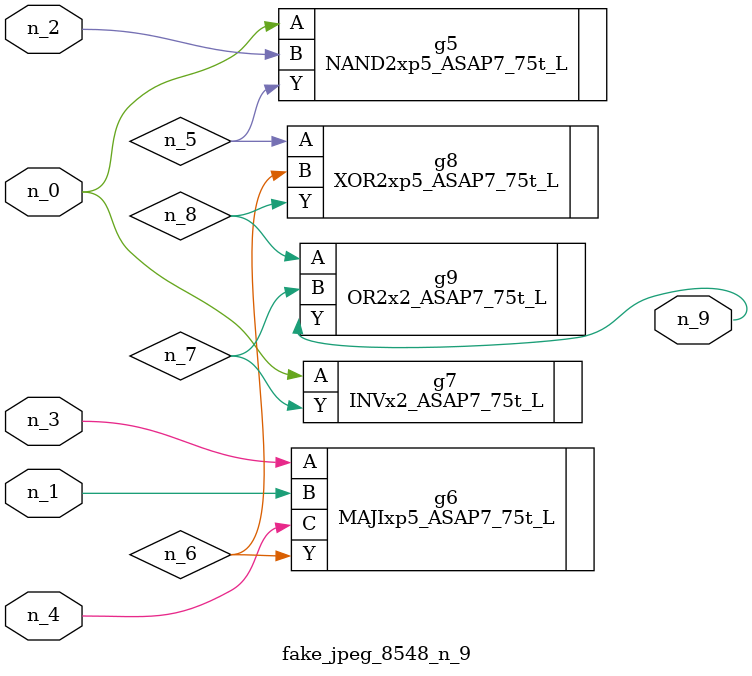
<source format=v>
module fake_jpeg_8548_n_9 (n_3, n_2, n_1, n_0, n_4, n_9);

input n_3;
input n_2;
input n_1;
input n_0;
input n_4;

output n_9;

wire n_8;
wire n_6;
wire n_5;
wire n_7;

NAND2xp5_ASAP7_75t_L g5 ( 
.A(n_0),
.B(n_2),
.Y(n_5)
);

MAJIxp5_ASAP7_75t_L g6 ( 
.A(n_3),
.B(n_1),
.C(n_4),
.Y(n_6)
);

INVx2_ASAP7_75t_L g7 ( 
.A(n_0),
.Y(n_7)
);

XOR2xp5_ASAP7_75t_L g8 ( 
.A(n_5),
.B(n_6),
.Y(n_8)
);

OR2x2_ASAP7_75t_L g9 ( 
.A(n_8),
.B(n_7),
.Y(n_9)
);


endmodule
</source>
